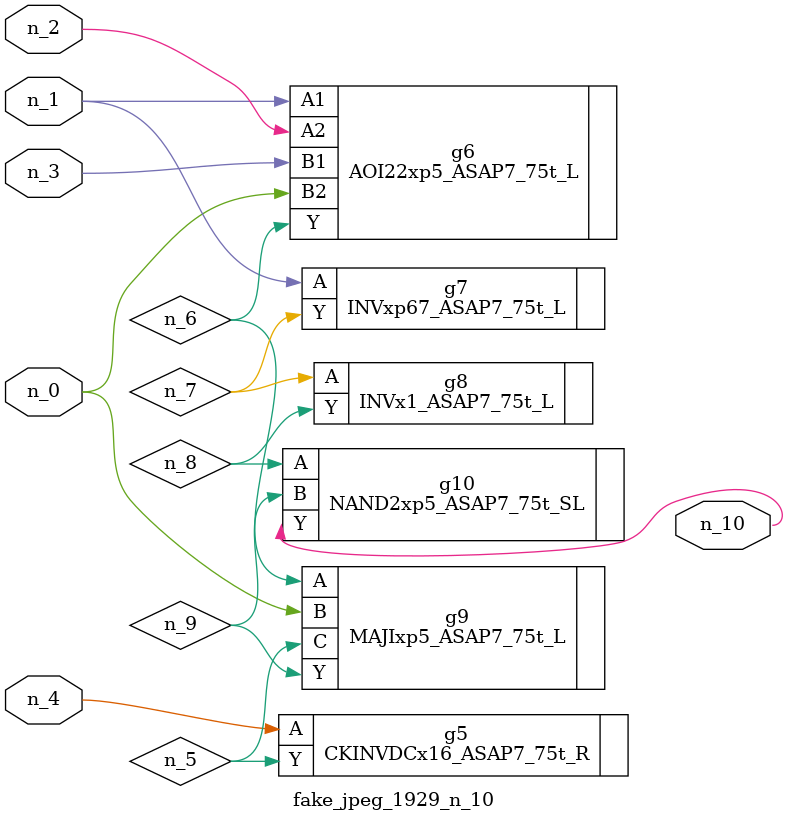
<source format=v>
module fake_jpeg_1929_n_10 (n_3, n_2, n_1, n_0, n_4, n_10);

input n_3;
input n_2;
input n_1;
input n_0;
input n_4;

output n_10;

wire n_8;
wire n_9;
wire n_6;
wire n_5;
wire n_7;

CKINVDCx16_ASAP7_75t_R g5 ( 
.A(n_4),
.Y(n_5)
);

AOI22xp5_ASAP7_75t_L g6 ( 
.A1(n_1),
.A2(n_2),
.B1(n_3),
.B2(n_0),
.Y(n_6)
);

INVxp67_ASAP7_75t_L g7 ( 
.A(n_1),
.Y(n_7)
);

INVx1_ASAP7_75t_L g8 ( 
.A(n_7),
.Y(n_8)
);

NAND2xp5_ASAP7_75t_SL g10 ( 
.A(n_8),
.B(n_9),
.Y(n_10)
);

MAJIxp5_ASAP7_75t_L g9 ( 
.A(n_6),
.B(n_0),
.C(n_5),
.Y(n_9)
);


endmodule
</source>
